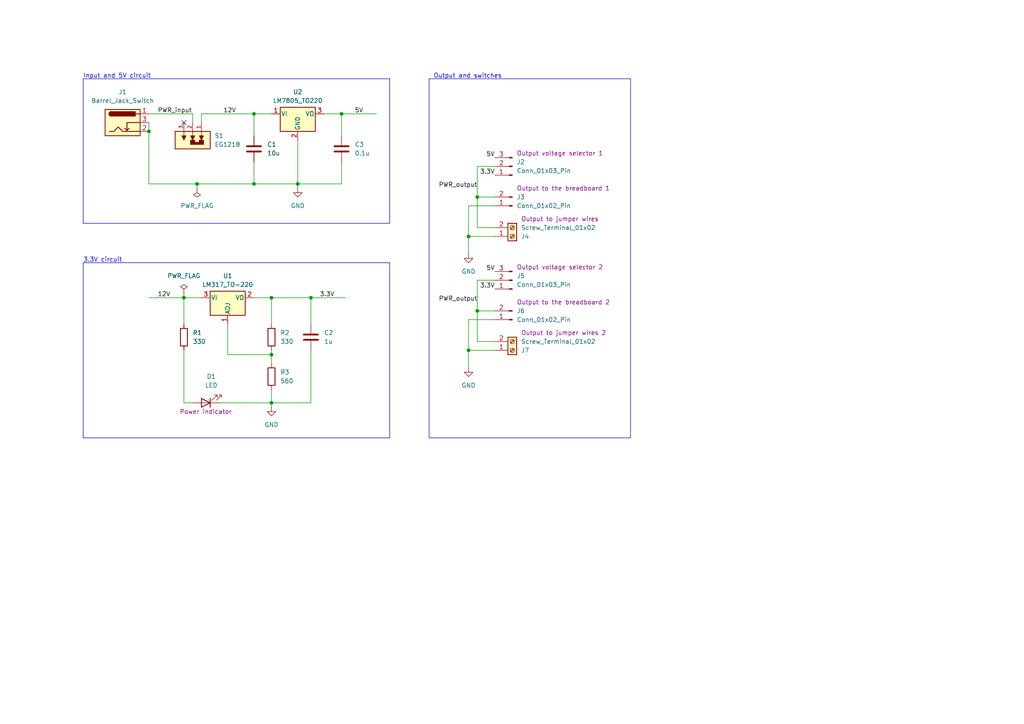
<source format=kicad_sch>
(kicad_sch (version 20230121) (generator eeschema)
  (paper "A4")
  (title_block (title "Power supply") (date "2024-05-18") (rev "1") (company "Gilbert François Duivesteijn, AVA-X"))
  (lib_symbols
    (symbol "Connector:Barrel_Jack_Switch" (pin_names hide)
      (property "Reference" "J" (at 0 5.334 0))
      (property "Value" "Barrel_Jack_Switch" (at 0 -5.08 0))
      (symbol "Barrel_Jack_Switch_0_1"
        (rectangle (start -5.08 3.81) (end 5.08 -3.81) (stroke (width 0.254)) (fill (type background)))
        (arc (start -3.302 3.175) (mid -3.9343 2.54) (end -3.302 1.905) (stroke (width 0.254)))
        (arc (start -3.302 3.175) (mid -3.9343 2.54) (end -3.302 1.905) (stroke (width 0.254)) (fill (type outline)))
        (polyline (pts (xy 1.27 -2.286) (xy 1.905 -1.651)) (stroke (width 0.254)))
        (polyline (pts (xy 5.08 2.54) (xy 3.81 2.54)) (stroke (width 0.254)))
        (polyline (pts (xy 5.08 0) (xy 1.27 0) (xy 1.27 -2.286) (xy 0.635 -1.651)) (stroke (width 0.254)))
        (polyline (pts (xy -3.81 -2.54) (xy -2.54 -2.54) (xy -1.27 -1.27) (xy 0 -2.54) (xy 2.54 -2.54) (xy 5.08 -2.54)) (stroke (width 0.254)))
        (rectangle (start 3.683 3.175) (end -3.302 1.905) (stroke (width 0.254)) (fill (type outline)))
      )
      (symbol "Barrel_Jack_Switch_1_1"
        (pin passive line (at 7.62 2.54 180) (length 2.54) (name "~") (number "1"))
        (pin passive line (at 7.62 -2.54 180) (length 2.54) (name "~") (number "2"))
        (pin passive line (at 7.62 0 180) (length 2.54) (name "~") (number "3"))
      )
    )
    (symbol "Connector:Conn_01x02_Pin" (pin_names (offset 1.016) hide)
      (property "Reference" "J" (at 0 2.54 0))
      (property "Value" "Conn_01x02_Pin" (at 0 -5.08 0))
      (symbol "Conn_01x02_Pin_1_1"
        (polyline (pts (xy 1.27 -2.54) (xy 0.8636 -2.54)) (stroke (width 0.1524)))
        (polyline (pts (xy 1.27 0) (xy 0.8636 0)) (stroke (width 0.1524)))
        (rectangle (start 0.8636 -2.413) (end 0 -2.667) (stroke (width 0.1524)) (fill (type outline)))
        (rectangle (start 0.8636 0.127) (end 0 -0.127) (stroke (width 0.1524)) (fill (type outline)))
        (pin passive line (at 5.08 0 180) (length 3.81) (name "Pin_1") (number "1"))
        (pin passive line (at 5.08 -2.54 180) (length 3.81) (name "Pin_2") (number "2"))
      )
    )
    (symbol "Connector:Conn_01x03_Pin" (pin_names (offset 1.016) hide)
      (property "Reference" "J" (at 0 5.08 0))
      (property "Value" "Conn_01x03_Pin" (at 0 -5.08 0))
      (symbol "Conn_01x03_Pin_1_1"
        (polyline (pts (xy 1.27 -2.54) (xy 0.8636 -2.54)) (stroke (width 0.1524)))
        (polyline (pts (xy 1.27 0) (xy 0.8636 0)) (stroke (width 0.1524)))
        (polyline (pts (xy 1.27 2.54) (xy 0.8636 2.54)) (stroke (width 0.1524)))
        (rectangle (start 0.8636 -2.413) (end 0 -2.667) (stroke (width 0.1524)) (fill (type outline)))
        (rectangle (start 0.8636 0.127) (end 0 -0.127) (stroke (width 0.1524)) (fill (type outline)))
        (rectangle (start 0.8636 2.667) (end 0 2.413) (stroke (width 0.1524)) (fill (type outline)))
        (pin passive line (at 5.08 2.54 180) (length 3.81) (name "Pin_1") (number "1"))
        (pin passive line (at 5.08 0 180) (length 3.81) (name "Pin_2") (number "2"))
        (pin passive line (at 5.08 -2.54 180) (length 3.81) (name "Pin_3") (number "3"))
      )
    )
    (symbol "Connector:Screw_Terminal_01x02" (pin_names (offset 1.016) hide)
      (property "Reference" "J" (at 0 2.54 0))
      (property "Value" "Screw_Terminal_01x02" (at 0 -5.08 0))
      (symbol "Screw_Terminal_01x02_1_1"
        (rectangle (start -1.27 1.27) (end 1.27 -3.81) (stroke (width 0.254)) (fill (type background)))
        (circle (center 0 -2.54) (radius 0.635) (stroke (width 0.1524)))
        (polyline (pts (xy -0.5334 -2.2098) (xy 0.3302 -3.048)) (stroke (width 0.1524)))
        (polyline (pts (xy -0.5334 0.3302) (xy 0.3302 -0.508)) (stroke (width 0.1524)))
        (polyline (pts (xy -0.3556 -2.032) (xy 0.508 -2.8702)) (stroke (width 0.1524)))
        (polyline (pts (xy -0.3556 0.508) (xy 0.508 -0.3302)) (stroke (width 0.1524)))
        (circle (center 0 0) (radius 0.635) (stroke (width 0.1524)))
        (pin passive line (at -5.08 0 0) (length 3.81) (name "Pin_1") (number "1"))
        (pin passive line (at -5.08 -2.54 0) (length 3.81) (name "Pin_2") (number "2"))
      )
    )
    (symbol "Device:C" (pin_numbers hide) (pin_names (offset 0.254))
      (property "Reference" "C" (at 0.635 2.54 0))
      (property "Value" "C" (at 0.635 -2.54 0))
      (symbol "C_0_1"
        (polyline (pts (xy -2.032 -0.762) (xy 2.032 -0.762)) (stroke (width 0.508)))
        (polyline (pts (xy -2.032 0.762) (xy 2.032 0.762)) (stroke (width 0.508)))
      )
      (symbol "C_1_1"
        (pin passive line (at 0 3.81 270) (length 2.794) (name "~") (number "1"))
        (pin passive line (at 0 -3.81 90) (length 2.794) (name "~") (number "2"))
      )
    )
    (symbol "Device:LED" (pin_numbers hide) (pin_names (offset 1.016) hide)
      (property "Reference" "D" (at 0 2.54 0))
      (property "Value" "LED" (at 0 -2.54 0))
      (symbol "LED_0_1"
        (polyline (pts (xy -1.27 -1.27) (xy -1.27 1.27)) (stroke (width 0.254)))
        (polyline (pts (xy -1.27 0) (xy 1.27 0)))
        (polyline (pts (xy 1.27 -1.27) (xy 1.27 1.27) (xy -1.27 0) (xy 1.27 -1.27)) (stroke (width 0.254)))
        (polyline (pts (xy -3.048 -0.762) (xy -4.572 -2.286) (xy -3.81 -2.286) (xy -4.572 -2.286) (xy -4.572 -1.524)))
        (polyline (pts (xy -1.778 -0.762) (xy -3.302 -2.286) (xy -2.54 -2.286) (xy -3.302 -2.286) (xy -3.302 -1.524)))
      )
      (symbol "LED_1_1"
        (pin passive line (at -3.81 0 0) (length 2.54) (name "K") (number "1"))
        (pin passive line (at 3.81 0 180) (length 2.54) (name "A") (number "2"))
      )
    )
    (symbol "Device:R" (pin_numbers hide) (pin_names (offset 0))
      (property "Reference" "R" (at 2.032 0 90))
      (property "Value" "R" (at 0 0 90))
      (symbol "R_0_1"
        (rectangle (start -1.016 -2.54) (end 1.016 2.54) (stroke (width 0.254)))
      )
      (symbol "R_1_1"
        (pin passive line (at 0 3.81 270) (length 1.27) (name "~") (number "1"))
        (pin passive line (at 0 -3.81 90) (length 1.27) (name "~") (number "2"))
      )
    )
    (symbol "EG1218:EG1218" (pin_names (offset 1.016))
      (property "Reference" "S" (at -5.08 5.842 0))
      (property "Value" "EG1218" (at -5.08 -7.62 0))
      (symbol "EG1218_0_0"
        (rectangle (start -2.54 -5.08) (end 2.54 5.08) (stroke (width 0.254)) (fill (type background)))
        (polyline (pts (xy -2.54 -2.54) (xy -1.27 -2.54)) (stroke (width 0.1524)))
        (polyline (pts (xy -2.54 0) (xy -1.27 0)) (stroke (width 0.1524)))
        (polyline (pts (xy -2.54 2.54) (xy -1.27 2.54)) (stroke (width 0.1524)))
        (polyline (pts (xy -1.27 -1.905) (xy -1.27 -3.175) (xy 0 -2.54) (xy -1.27 -1.905)) (stroke (width 0.1524)) (fill (type outline)))
        (polyline (pts (xy -1.27 0.635) (xy -1.27 -0.635) (xy 0 0) (xy -1.27 0.635)) (stroke (width 0.1524)) (fill (type outline)))
        (polyline (pts (xy -1.27 3.175) (xy -1.27 1.905) (xy 0 2.54) (xy -1.27 3.175)) (stroke (width 0.1524)) (fill (type outline)))
        (polyline (pts (xy 0 1.905) (xy 0 3.175) (xy 1.27 3.175) (xy 1.27 -0.635) (xy 0 -0.635) (xy 0 0.635) (xy 0.635 0.635) (xy 0.635 1.905) (xy 0 1.905)) (stroke (width 0.1524)) (fill (type outline)))
        (pin passive line (at -5.08 2.54 0) (length 2.54) (name "~") (number "1"))
        (pin passive line (at -5.08 0 0) (length 2.54) (name "~") (number "2"))
        (pin passive line (at -5.08 -2.54 0) (length 2.54) (name "~") (number "3"))
      )
    )
    (symbol "Regulator_Linear:LM317_TO-220" (pin_names (offset 0.254))
      (property "Reference" "U" (at -3.81 3.175 0))
      (property "Value" "LM317_TO-220" (at 0 3.175 0))
      (symbol "LM317_TO-220_0_1"
        (rectangle (start -5.08 1.905) (end 5.08 -5.08) (stroke (width 0.254)) (fill (type background)))
      )
      (symbol "LM317_TO-220_1_1"
        (pin input line (at 0 -7.62 90) (length 2.54) (name "ADJ") (number "1"))
        (pin power_out line (at 7.62 0 180) (length 2.54) (name "VO") (number "2"))
        (pin power_in line (at -7.62 0 0) (length 2.54) (name "VI") (number "3"))
      )
    )
    (symbol "Regulator_Linear:LM7805_TO220" (pin_names (offset 0.254))
      (property "Reference" "U" (at -3.81 3.175 0))
      (property "Value" "LM7805_TO220" (at 0 3.175 0))
      (symbol "LM7805_TO220_0_1"
        (rectangle (start -5.08 1.905) (end 5.08 -5.08) (stroke (width 0.254)) (fill (type background)))
      )
      (symbol "LM7805_TO220_1_1"
        (pin power_in line (at -7.62 0 0) (length 2.54) (name "VI") (number "1"))
        (pin power_in line (at 0 -7.62 90) (length 2.54) (name "GND") (number "2"))
        (pin power_out line (at 7.62 0 180) (length 2.54) (name "VO") (number "3"))
      )
    )
    (symbol "power:GND" (power) (pin_names (offset 0))
      (property "Value" "GND" (at 0 -3.81 0))
      (symbol "GND_0_1"
        (polyline (pts (xy 0 0) (xy 0 -1.27) (xy 1.27 -1.27) (xy 0 -2.54) (xy -1.27 -1.27) (xy 0 -1.27)))
      )
      (symbol "GND_1_1"
        (pin power_in line (at 0 0 270) (length 0) hide (name "GND") (number "1"))
      )
    )
    (symbol "power:PWR_FLAG" (power) (pin_numbers hide) (pin_names (offset 0) hide)
      (property "Value" "PWR_FLAG" (at 0 3.81 0))
      (symbol "PWR_FLAG_0_0"
        (pin power_out line (at 0 0 90) (length 0) (name "pwr") (number "1"))
      )
      (symbol "PWR_FLAG_0_1"
        (polyline (pts (xy 0 0) (xy 0 1.27) (xy -1.016 1.905) (xy 0 2.54) (xy 1.016 1.905) (xy 0 1.27)))
      )
    )
  )
  (junction (at 43.18 38.1))
  (junction (at 78.74 116.84))
  (junction (at 78.74 86.36))
  (junction (at 90.17 86.36))
  (junction (at 53.34 86.36))
  (junction (at 57.15 53.34))
  (junction (at 73.66 53.34))
  (junction (at 73.66 33.02))
  (junction (at 135.89 68.58))
  (junction (at 99.06 33.02))
  (junction (at 138.43 90.17))
  (junction (at 138.43 57.15))
  (junction (at 86.36 53.34))
  (junction (at 78.74 102.87))
  (junction (at 135.89 101.6))
  (no_connect (at 53.34 35.56))
  (wire (pts (xy 138.43 48.26) (xy 138.43 57.15)))
  (wire (pts (xy 78.74 116.84) (xy 78.74 118.11)))
  (wire (pts (xy 73.66 33.02) (xy 78.74 33.02)))
  (polyline (pts (xy 24.13 64.77) (xy 113.03 64.77)))
  (wire (pts (xy 90.17 101.6) (xy 90.17 116.84)))
  (wire (pts (xy 78.74 101.6) (xy 78.74 102.87)))
  (wire (pts (xy 58.42 35.56) (xy 58.42 33.02)))
  (wire (pts (xy 78.74 86.36) (xy 78.74 93.98)))
  (wire (pts (xy 143.51 81.28) (xy 138.43 81.28)))
  (polyline (pts (xy 24.13 22.86) (xy 24.13 64.77)))
  (wire (pts (xy 135.89 68.58) (xy 135.89 73.66)))
  (polyline (pts (xy 124.46 22.86) (xy 182.88 22.86)))
  (wire (pts (xy 78.74 102.87) (xy 78.74 105.41)))
  (wire (pts (xy 86.36 54.61) (xy 86.36 53.34)))
  (wire (pts (xy 90.17 86.36) (xy 90.17 93.98)))
  (wire (pts (xy 73.66 46.99) (xy 73.66 53.34)))
  (wire (pts (xy 135.89 68.58) (xy 143.51 68.58)))
  (wire (pts (xy 43.18 38.1) (xy 43.18 53.34)))
  (wire (pts (xy 66.04 93.98) (xy 66.04 102.87)))
  (polyline (pts (xy 124.46 127) (xy 182.88 127)))
  (wire (pts (xy 53.34 86.36) (xy 53.34 93.98)))
  (wire (pts (xy 58.42 33.02) (xy 73.66 33.02)))
  (wire (pts (xy 90.17 116.84) (xy 78.74 116.84)))
  (wire (pts (xy 90.17 86.36) (xy 100.33 86.36)))
  (wire (pts (xy 135.89 92.71) (xy 135.89 101.6)))
  (wire (pts (xy 86.36 53.34) (xy 99.06 53.34)))
  (polyline (pts (xy 124.46 22.86) (xy 124.46 127)))
  (wire (pts (xy 138.43 99.06) (xy 143.51 99.06)))
  (wire (pts (xy 135.89 101.6) (xy 143.51 101.6)))
  (wire (pts (xy 53.34 85.09) (xy 53.34 86.36)))
  (wire (pts (xy 86.36 40.64) (xy 86.36 53.34)))
  (wire (pts (xy 99.06 33.02) (xy 99.06 39.37)))
  (wire (pts (xy 138.43 66.04) (xy 143.51 66.04)))
  (wire (pts (xy 143.51 48.26) (xy 138.43 48.26)))
  (wire (pts (xy 135.89 59.69) (xy 135.89 68.58)))
  (wire (pts (xy 138.43 57.15) (xy 138.43 66.04)))
  (wire (pts (xy 143.51 59.69) (xy 135.89 59.69)))
  (wire (pts (xy 99.06 53.34) (xy 99.06 46.99)))
  (polyline (pts (xy 113.03 127) (xy 113.03 76.2)))
  (wire (pts (xy 57.15 54.61) (xy 57.15 53.34)))
  (wire (pts (xy 143.51 92.71) (xy 135.89 92.71)))
  (wire (pts (xy 53.34 86.36) (xy 58.42 86.36)))
  (wire (pts (xy 43.18 35.56) (xy 43.18 38.1)))
  (wire (pts (xy 55.88 33.02) (xy 55.88 35.56)))
  (polyline (pts (xy 24.13 127) (xy 113.03 127)))
  (wire (pts (xy 53.34 101.6) (xy 53.34 116.84)))
  (wire (pts (xy 73.66 53.34) (xy 86.36 53.34)))
  (wire (pts (xy 138.43 90.17) (xy 143.51 90.17)))
  (polyline (pts (xy 113.03 64.77) (xy 113.03 22.86)))
  (wire (pts (xy 135.89 101.6) (xy 135.89 106.68)))
  (wire (pts (xy 99.06 33.02) (xy 109.22 33.02)))
  (wire (pts (xy 93.98 33.02) (xy 99.06 33.02)))
  (wire (pts (xy 138.43 81.28) (xy 138.43 90.17)))
  (wire (pts (xy 57.15 53.34) (xy 73.66 53.34)))
  (wire (pts (xy 73.66 86.36) (xy 78.74 86.36)))
  (wire (pts (xy 43.18 33.02) (xy 55.88 33.02)))
  (polyline (pts (xy 182.88 127) (xy 182.88 22.86)))
  (wire (pts (xy 78.74 86.36) (xy 90.17 86.36)))
  (wire (pts (xy 138.43 90.17) (xy 138.43 99.06)))
  (wire (pts (xy 43.18 86.36) (xy 53.34 86.36)))
  (wire (pts (xy 73.66 33.02) (xy 73.66 39.37)))
  (polyline (pts (xy 24.13 76.2) (xy 24.13 127)))
  (wire (pts (xy 53.34 116.84) (xy 55.88 116.84)))
  (wire (pts (xy 78.74 113.03) (xy 78.74 116.84)))
  (wire (pts (xy 78.74 116.84) (xy 63.5 116.84)))
  (polyline (pts (xy 24.13 22.86) (xy 113.03 22.86)))
  (wire (pts (xy 43.18 53.34) (xy 57.15 53.34)))
  (wire (pts (xy 138.43 57.15) (xy 143.51 57.15)))
  (polyline (pts (xy 24.13 76.2) (xy 113.03 76.2)))
  (wire (pts (xy 66.04 102.87) (xy 78.74 102.87)))
  (text "3.3V circuit" (at 24.13 76.2 0) (effects (font (size 1.27 1.27)) (justify left bottom)))
  (text "Output and switches" (at 125.73 22.86 0) (effects (font (size 1.27 1.27)) (justify left bottom)))
  (text "Input and 5V circuit" (at 24.13 22.86 0) (effects (font (size 1.27 1.27)) (justify left bottom)))
  (label "12V" (at 45.72 86.36 0))
  (label "3.3V" (at 143.51 50.8 180))
  (label "5V" (at 143.51 45.72 180))
  (label "5V" (at 102.87 33.02 0))
  (label "3.3V" (at 92.71 86.36 0))
  (label "PWR_output" (at 138.43 54.61 180))
  (label "PWR_output" (at 138.43 87.63 180))
  (label "PWR_input" (at 45.72 33.02 0))
  (label "5V" (at 143.51 78.74 180))
  (label "12V" (at 64.77 33.02 0))
  (label "3.3V" (at 143.51 83.82 180))
  (symbol (lib_id "Device:R") (at 53.34 97.79 180) (unit 1)
    (property "Reference" "R1" (at 55.88 96.52 0) (effects (justify right)))
    (property "Value" "330" (at 55.88 99.06 0) (effects (justify right)))
    (property "Footprint" "Resistor_THT:R_Axial_DIN0204_L3.6mm_D1.6mm_P7.62mm_Horizontal" (effects hide))
  )
  (symbol (lib_id "Connector:Conn_01x02_Pin") (at 148.59 92.71 180) (unit 1)
    (property "Reference" "J6" (at 149.86 90.17 0) (effects (justify right)))
    (property "Value" "Conn_01x02_Pin" (at 149.86 92.71 0) (effects (justify right)))
    (property "Footprint" "Connector_PinHeader_2.54mm:PinHeader_1x02_P2.54mm_Vertical" (effects hide))
    (property "Purpose" "Output to the breadboard 2" (at 149.86 87.63 0) (effects (justify right)))
  )
  (symbol (lib_id "Device:R") (at 78.74 109.22 180) (unit 1)
    (property "Reference" "R3" (at 81.28 107.95 0) (effects (justify right)))
    (property "Value" "560" (at 81.28 110.49 0) (effects (justify right)))
    (property "Footprint" "Resistor_THT:R_Axial_DIN0204_L3.6mm_D1.6mm_P7.62mm_Horizontal" (effects hide))
  )
  (symbol (lib_id "Regulator_Linear:LM7805_TO220") (at 86.36 33.02 0) (unit 1)
    (property "Reference" "U2" (at 86.36 26.67 0))
    (property "Value" "LM7805_TO220" (at 86.36 29.21 0))
    (property "Footprint" "Package_TO_SOT_THT:TO-220-3_Vertical" (effects hide))
    (property "Datasheet" "https://www.onsemi.cn/PowerSolutions/document/MC7800-D.PDF" (effects hide))
  )
  (symbol (lib_id "power:PWR_FLAG") (at 53.34 85.09 0) (unit 1)
    (property "Reference" "#FLG01" (effects hide))
    (property "Value" "PWR_FLAG" (at 53.34 80.01 0))
  )
  (symbol (lib_id "EG1218:EG1218") (at 55.88 40.64 270) (unit 1)
    (property "Reference" "S1" (at 62.23 39.37 90) (effects (justify left)))
    (property "Value" "EG1218" (at 62.23 41.91 90) (effects (justify left)))
    (property "Footprint" "digikey-footprints:Switch_Slide_11.6x4mm_EG1218" (effects hide))
    (property "MF" "E-Switch" (effects hide))
    (property "DESCRIPTION" "Slide Switch SPDT Through Hole" (effects hide))
    (property "PACKAGE" "None" (effects hide))
    (property "PRICE" "None" (effects hide))
    (property "MP" "EG1218" (effects hide))
    (property "AVAILABILITY" "In Stock" (effects hide))
    (property "PURCHASE-URL" "https://pricing.snapeda.com/search/part/EG1218/?ref=eda" (effects hide))
  )
  (symbol (lib_id "Device:C") (at 90.17 97.79 0) (unit 1)
    (property "Reference" "C2" (at 93.98 96.52 0) (effects (justify left)))
    (property "Value" "1u" (at 93.98 99.06 0) (effects (justify left)))
    (property "Footprint" "Capacitor_THT:C_Disc_D3.0mm_W1.6mm_P2.50mm" (effects hide))
  )
  (symbol (lib_id "Regulator_Linear:LM317_TO-220") (at 66.04 86.36 0) (unit 1)
    (property "Reference" "U1" (at 66.04 80.01 0))
    (property "Value" "LM317_TO-220" (at 66.04 82.55 0))
    (property "Footprint" "Package_TO_SOT_THT:TO-220-3_Vertical" (effects hide))
    (property "Datasheet" "http://www.ti.com/lit/ds/symlink/lm317.pdf" (effects hide))
  )
  (symbol (lib_id "Device:C") (at 99.06 43.18 0) (unit 1)
    (property "Reference" "C3" (at 102.87 41.91 0) (effects (justify left)))
    (property "Value" "0.1u" (at 102.87 44.45 0) (effects (justify left)))
    (property "Footprint" "Capacitor_THT:C_Disc_D3.0mm_W1.6mm_P2.50mm" (effects hide))
  )
  (symbol (lib_id "Device:C") (at 73.66 43.18 0) (unit 1)
    (property "Reference" "C1" (at 77.47 41.91 0) (effects (justify left)))
    (property "Value" "10u" (at 77.47 44.45 0) (effects (justify left)))
    (property "Footprint" "Capacitor_THT:C_Disc_D3.0mm_W1.6mm_P2.50mm" (effects hide))
  )
  (symbol (lib_id "Connector:Barrel_Jack_Switch") (at 35.56 35.56 0) (unit 1)
    (property "Reference" "J1" (at 35.56 26.67 0))
    (property "Value" "Barrel_Jack_Switch" (at 35.56 29.21 0))
    (property "Footprint" "Connector_BarrelJack:BarrelJack_Horizontal" (effects hide))
  )
  (symbol (lib_id "power:GND") (at 78.74 118.11 0) (unit 1)
    (property "Reference" "#PWR01" (effects hide))
    (property "Value" "GND" (at 78.74 123.19 0))
  )
  (symbol (lib_id "Device:R") (at 78.74 97.79 180) (unit 1)
    (property "Reference" "R2" (at 81.28 96.52 0) (effects (justify right)))
    (property "Value" "330" (at 81.28 99.06 0) (effects (justify right)))
    (property "Footprint" "Resistor_THT:R_Axial_DIN0204_L3.6mm_D1.6mm_P7.62mm_Horizontal" (effects hide))
  )
  (symbol (lib_id "Connector:Conn_01x03_Pin") (at 148.59 48.26 180) (unit 1)
    (property "Reference" "J2" (at 149.86 46.99 0) (effects (justify right)))
    (property "Value" "Conn_01x03_Pin" (at 149.86 49.53 0) (effects (justify right)))
    (property "Footprint" "Connector_PinHeader_2.54mm:PinHeader_1x03_P2.54mm_Vertical" (effects hide))
    (property "Purpose" "Output voltage selector 1" (at 149.86 44.45 0) (effects (justify right)))
  )
  (symbol (lib_id "power:GND") (at 86.36 54.61 0) (unit 1)
    (property "Reference" "#PWR02" (effects hide))
    (property "Value" "GND" (at 86.36 59.69 0))
  )
  (symbol (lib_id "power:PWR_FLAG") (at 57.15 54.61 180) (unit 1)
    (property "Reference" "#FLG02" (effects hide))
    (property "Value" "PWR_FLAG" (at 57.15 59.69 0))
  )
  (symbol (lib_id "Connector:Screw_Terminal_01x02") (at 148.59 68.58 0) (mirror x) (unit 1)
    (property "Reference" "J4" (at 151.13 68.58 0) (effects (justify left)))
    (property "Value" "Screw_Terminal_01x02" (at 151.13 66.04 0) (effects (justify left)))
    (property "Footprint" "TerminalBlock:TerminalBlock_bornier-2_P5.08mm" (effects hide))
    (property "Purpose" "Output to jumper wires" (at 151.13 63.5 0) (effects (justify left)))
  )
  (symbol (lib_id "power:GND") (at 135.89 73.66 0) (unit 1)
    (property "Reference" "#PWR03" (effects hide))
    (property "Value" "GND" (at 135.89 78.74 0))
  )
  (symbol (lib_id "Connector:Conn_01x03_Pin") (at 148.59 81.28 180) (unit 1)
    (property "Reference" "J5" (at 149.86 80.01 0) (effects (justify right)))
    (property "Value" "Conn_01x03_Pin" (at 149.86 82.55 0) (effects (justify right)))
    (property "Footprint" "Connector_PinHeader_2.54mm:PinHeader_1x03_P2.54mm_Vertical" (effects hide))
    (property "Purpose" "Output voltage selector 2" (at 149.86 77.47 0) (effects (justify right)))
  )
  (symbol (lib_id "Connector:Screw_Terminal_01x02") (at 148.59 101.6 0) (mirror x) (unit 1)
    (property "Reference" "J7" (at 151.13 101.6 0) (effects (justify left)))
    (property "Value" "Screw_Terminal_01x02" (at 151.13 99.06 0) (effects (justify left)))
    (property "Footprint" "TerminalBlock:TerminalBlock_bornier-2_P5.08mm" (effects hide))
    (property "Purpose" "Output to jumper wires 2" (at 151.13 96.52 0) (effects (justify left)))
  )
  (symbol (lib_id "power:GND") (at 135.89 106.68 0) (unit 1)
    (property "Reference" "#PWR04" (effects hide))
    (property "Value" "GND" (at 135.89 111.76 0))
  )
  (symbol (lib_id "Device:LED") (at 59.69 116.84 180) (unit 1)
    (property "Reference" "D1" (at 61.2775 109.22 0))
    (property "Value" "LED" (at 61.2775 111.76 0))
    (property "Footprint" "LED_THT:LED_D5.0mm" (effects hide))
    (property "Purpose" "Power indicator" (at 59.69 119.38 0))
  )
  (symbol (lib_id "Connector:Conn_01x02_Pin") (at 148.59 59.69 180) (unit 1)
    (property "Reference" "J3" (at 149.86 57.15 0) (effects (justify right)))
    (property "Value" "Conn_01x02_Pin" (at 149.86 59.69 0) (effects (justify right)))
    (property "Footprint" "Connector_PinHeader_2.54mm:PinHeader_1x02_P2.54mm_Vertical" (effects hide))
    (property "Purpose" "Output to the breadboard 1" (at 149.86 54.61 0) (effects (justify right)))
  )
)
</source>
